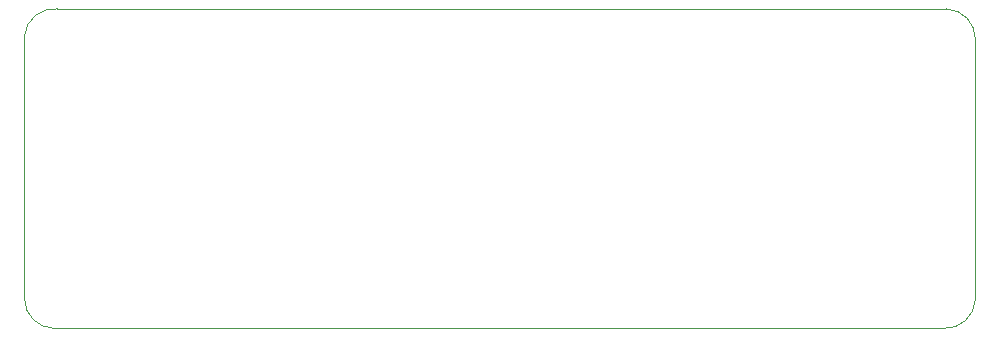
<source format=gbr>
G04 (created by PCBNEW (22-Jun-2014 BZR 4027)-stable) date Mon 16 May 2016 20:18:32 BST*
%MOIN*%
G04 Gerber Fmt 3.4, Leading zero omitted, Abs format*
%FSLAX34Y34*%
G01*
G70*
G90*
G04 APERTURE LIST*
%ADD10C,0.00590551*%
%ADD11C,0.00393701*%
G04 APERTURE END LIST*
G54D10*
G54D11*
X64850Y-76150D02*
X64850Y-67550D01*
X65950Y-66650D02*
X95575Y-66650D01*
X96550Y-71750D02*
X96550Y-67675D01*
X96550Y-67674D02*
G75*
G03X95574Y-66649I-1000J24D01*
G74*
G01*
X65949Y-66649D02*
G75*
G03X64849Y-67550I-99J-1000D01*
G74*
G01*
X96550Y-76350D02*
X96550Y-71750D01*
X69550Y-77300D02*
X95500Y-77300D01*
X95499Y-77299D02*
G75*
G03X96549Y-76350I50J999D01*
G74*
G01*
X65850Y-77300D02*
X69550Y-77300D01*
X64850Y-76150D02*
X64850Y-76300D01*
X64850Y-76300D02*
G75*
G03X65850Y-77300I1000J0D01*
G74*
G01*
M02*

</source>
